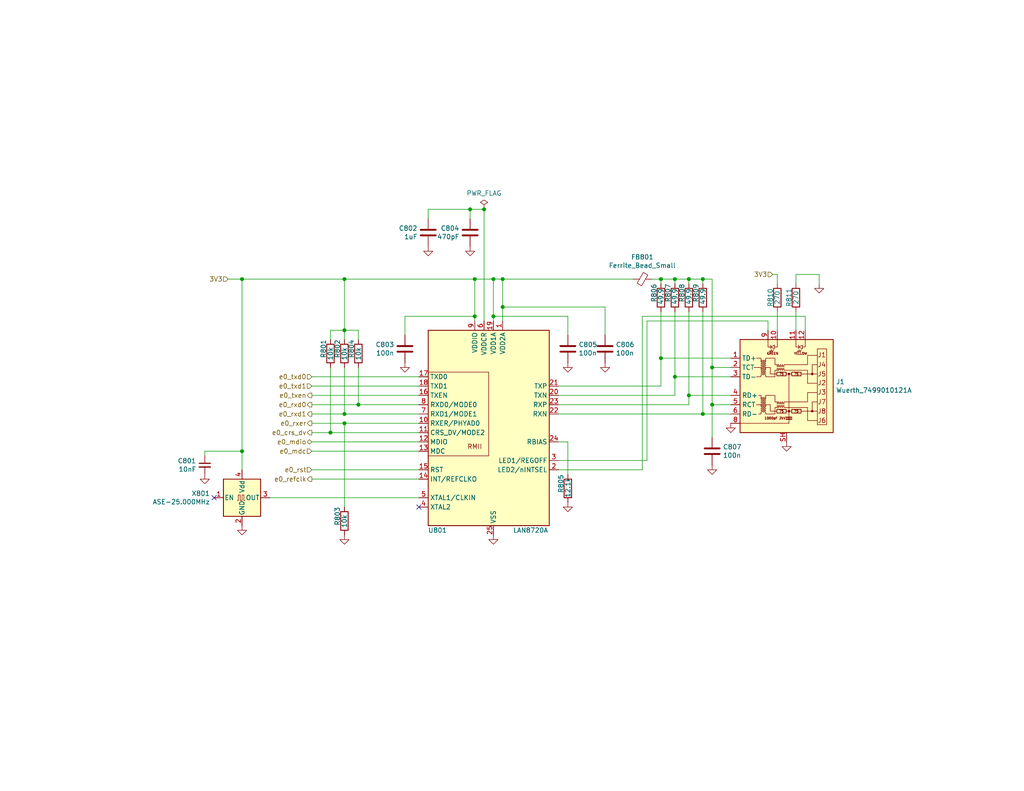
<source format=kicad_sch>
(kicad_sch (version 20211123) (generator eeschema)
  (paper "A")
  (title_block (title "Ethernet") (date "2022-01-11") (rev "${Version}") (company "RetroComputing Reproductions"))
  (lib_symbols
    (symbol "Connector:Wuerth_7499010121A"
      (property "Reference" "J" (at 12.7 13.97 0))
      (property "Value" "Connector_Wuerth_7499010121A" (at 0 -16.51 0))
      (symbol "Wuerth_7499010121A_0_0"
        (rectangle (start -12.7 12.7) (end 12.7 -12.7) (stroke (width 0.254)) (fill (type background)))
        (polyline (pts (xy -3.937 -6.858) (xy -8.255 -6.858)))
        (polyline (pts (xy -3.937 3.302) (xy -8.255 3.302)))
        (polyline (pts (xy -0.635 -10.16) (xy 12.7 -10.16)))
        (polyline (pts (xy 8.255 -5.08) (xy 6.985 -5.08)))
        (polyline (pts (xy 8.89 5.08) (xy 6.985 5.08)))
        (polyline (pts (xy 0.635 -4.318) (xy -5.715 -4.318) (xy -5.715 -1.778) (xy -8.255 -1.778)))
        (polyline (pts (xy 0.635 5.842) (xy -5.715 5.842) (xy -5.715 8.382) (xy -8.255 8.382)))
        (polyline (pts (xy 2.667 -6.858) (xy 4.445 -6.858) (xy 4.445 -5.08) (xy 5.715 -5.08)))
        (polyline (pts (xy 2.667 3.302) (xy 4.445 3.302) (xy 4.445 5.08) (xy 5.715 5.08)))
        (text "1000pF 2kV" (at 3.175 -8.763 0) (effects (font (size 0.635 0.635))))
        (text "75" (at -2.667 -6.858 0) (effects (font (size 0.635 0.635))))
        (text "75" (at -2.667 3.302 0) (effects (font (size 0.635 0.635))))
        (text "75" (at 1.397 -6.858 0) (effects (font (size 0.635 0.635))))
        (text "75" (at 1.397 3.302 0) (effects (font (size 0.635 0.635))))
        (text "GREEN" (at 3.81 8.89 0) (effects (font (size 0.635 0.635))))
        (text "J1" (at -10.795 8.509 0) (effects (font (size 1.27 1.27)) (justify left)))
        (text "J2" (at -10.795 0.889 0) (effects (font (size 1.27 1.27)) (justify left)))
        (text "J3" (at -10.795 -1.651 0) (effects (font (size 1.27 1.27)) (justify left)))
        (text "J4" (at -10.795 5.842 0) (effects (font (size 1.27 1.27)) (justify left)))
        (text "J5" (at -10.795 3.302 0) (effects (font (size 1.27 1.27)) (justify left)))
        (text "J6" (at -10.795 -9.398 0) (effects (font (size 1.27 1.27)) (justify left)))
        (text "J7" (at -10.795 -4.318 0) (effects (font (size 1.27 1.27)) (justify left)))
        (text "J8" (at -10.795 -6.858 0) (effects (font (size 1.27 1.27)) (justify left)))
        (text "YELLOW" (at -3.81 8.89 0) (effects (font (size 0.635 0.635))))
      )
      (symbol "Wuerth_7499010121A_0_1"
        (rectangle (start -8.382 -10.541) (end -10.922 10.16))
        (circle (center -6.985 -6.858) (radius 0.254) (fill (type outline)))
        (circle (center -6.985 3.302) (radius 0.254) (fill (type outline)))
        (rectangle (start -3.937 -7.366) (end -1.397 -6.35) (stroke (width 0.2032)))
        (rectangle (start -3.937 2.794) (end -1.397 3.81) (stroke (width 0.2032)))
        (circle (center -0.635 -6.858) (radius 0.254) (fill (type outline)))
        (circle (center -0.635 3.302) (radius 0.254) (fill (type outline)))
        (polyline (pts (xy -5.715 -9.398) (xy -8.255 -9.398)))
        (polyline (pts (xy -5.715 0.762) (xy -8.255 0.762)))
        (polyline (pts (xy -3.556 9.398) (xy -4.064 9.906)))
        (polyline (pts (xy -3.302 11.176) (xy -3.302 10.16)))
        (polyline (pts (xy -3.048 9.398) (xy -3.556 9.906)))
        (polyline (pts (xy -1.397 -9.017) (xy 0.127 -9.017)) (stroke (width 0.3302)))
        (polyline (pts (xy -1.397 -8.509) (xy 0.127 -8.509)) (stroke (width 0.3048)))
        (polyline (pts (xy -0.635 3.302) (xy -1.397 3.302)))
        (polyline (pts (xy 0.127 -6.858) (xy -1.397 -6.858)))
        (polyline (pts (xy 0.635 -5.334) (xy 2.667 -5.334)))
        (polyline (pts (xy 0.635 4.826) (xy 2.667 4.826)))
        (polyline (pts (xy 2.667 -4.826) (xy 0.635 -4.826)))
        (polyline (pts (xy 2.667 5.334) (xy 0.635 5.334)))
        (polyline (pts (xy 4.064 9.398) (xy 3.556 9.906)))
        (polyline (pts (xy 4.318 11.176) (xy 4.318 10.16)))
        (polyline (pts (xy 4.572 9.398) (xy 4.064 9.906)))
        (polyline (pts (xy 6.223 -3.048) (xy 6.223 -7.112)))
        (polyline (pts (xy 6.223 7.112) (xy 6.223 3.048)))
        (polyline (pts (xy 6.477 -7.112) (xy 6.477 -3.048)))
        (polyline (pts (xy 6.477 3.048) (xy 6.477 7.112)))
        (polyline (pts (xy -6.985 -6.858) (xy -6.985 -4.318) (xy -8.255 -4.318)))
        (polyline (pts (xy -6.985 3.302) (xy -6.985 5.842) (xy -8.255 5.842)))
        (polyline (pts (xy -5.08 12.7) (xy -5.08 10.668) (xy -4.318 10.668)))
        (polyline (pts (xy -3.556 9.652) (xy -3.556 9.398) (xy -3.81 9.398)))
        (polyline (pts (xy -3.048 9.652) (xy -3.048 9.398) (xy -3.302 9.398)))
        (polyline (pts (xy -2.54 12.7) (xy -2.54 10.668) (xy -3.302 10.668)))
        (polyline (pts (xy -0.635 -10.16) (xy -0.635 3.302) (xy 0 3.302)))
        (polyline (pts (xy 0.635 -5.842) (xy -5.715 -5.842) (xy -5.715 -9.398)))
        (polyline (pts (xy 0.635 4.318) (xy -5.715 4.318) (xy -5.715 0.762)))
        (polyline (pts (xy 2.54 12.7) (xy 2.54 10.668) (xy 3.302 10.668)))
        (polyline (pts (xy 4.064 9.652) (xy 4.064 9.398) (xy 3.81 9.398)))
        (polyline (pts (xy 4.572 9.652) (xy 4.572 9.398) (xy 4.318 9.398)))
        (polyline (pts (xy 5.08 12.7) (xy 5.08 10.668) (xy 4.318 10.668)))
        (polyline (pts (xy 6.985 -7.112) (xy 6.985 -7.62) (xy 7.62 -7.62)))
        (polyline (pts (xy 6.985 -3.048) (xy 6.985 -2.54) (xy 7.62 -2.54)))
        (polyline (pts (xy 6.985 3.048) (xy 6.985 2.54) (xy 8.255 2.54)))
        (polyline (pts (xy 6.985 7.112) (xy 6.985 7.62) (xy 8.255 7.62)))
        (polyline (pts (xy -3.302 10.668) (xy -4.318 11.176) (xy -4.318 10.16) (xy -3.302 10.668)))
        (polyline (pts (xy 4.318 10.668) (xy 3.302 11.176) (xy 3.302 10.16) (xy 4.318 10.668)))
        (polyline (pts (xy 2.667 -4.318) (xy 3.175 -4.318) (xy 3.175 -2.54) (xy 5.715 -2.54) (xy 5.715 -3.048)))
        (polyline (pts (xy 2.667 5.842) (xy 3.175 5.842) (xy 3.175 7.62) (xy 5.715 7.62) (xy 5.715 7.112)))
        (polyline (pts (xy 5.715 -7.112) (xy 5.715 -7.62) (xy 3.175 -7.62) (xy 3.175 -5.842) (xy 2.667 -5.842)))
        (polyline (pts (xy 5.715 3.048) (xy 5.715 2.54) (xy 3.175 2.54) (xy 3.175 4.318) (xy 2.667 4.318)))
        (rectangle (start 0.127 -7.366) (end 2.667 -6.35) (stroke (width 0.2032)))
        (rectangle (start 0.127 2.794) (end 2.667 3.81) (stroke (width 0.2032)))
        (arc (start 0.635 -4.318) (mid 0.889 -4.572) (end 1.143 -4.318))
        (arc (start 0.635 5.842) (mid 0.889 5.588) (end 1.143 5.842))
        (arc (start 1.143 -5.842) (mid 0.889 -5.588) (end 0.635 -5.842))
        (arc (start 1.143 -4.318) (mid 1.397 -4.572) (end 1.651 -4.318))
        (arc (start 1.143 4.318) (mid 0.889 4.572) (end 0.635 4.318))
        (arc (start 1.143 5.842) (mid 1.397 5.588) (end 1.651 5.842))
        (arc (start 1.651 -5.842) (mid 1.397 -5.588) (end 1.143 -5.842))
        (arc (start 1.651 -4.318) (mid 1.905 -4.572) (end 2.159 -4.318))
        (arc (start 1.651 4.318) (mid 1.397 4.572) (end 1.143 4.318))
        (arc (start 1.651 5.842) (mid 1.905 5.588) (end 2.159 5.842))
        (arc (start 2.159 -5.842) (mid 1.905 -5.588) (end 1.651 -5.842))
        (arc (start 2.159 -4.318) (mid 2.413 -4.572) (end 2.667 -4.318))
        (arc (start 2.159 4.318) (mid 1.905 4.572) (end 1.651 4.318))
        (arc (start 2.159 5.842) (mid 2.413 5.588) (end 2.667 5.842))
        (circle (center 2.413 -5.8674) (radius 0.0762) (stroke (width 0.0254)) (fill (type outline)))
        (circle (center 2.413 -4.2926) (radius 0.0762) (stroke (width 0.0254)) (fill (type outline)))
        (circle (center 2.413 4.2926) (radius 0.0762) (stroke (width 0.0254)) (fill (type outline)))
        (circle (center 2.413 5.8674) (radius 0.0762) (stroke (width 0.0254)) (fill (type outline)))
        (arc (start 2.667 -5.842) (mid 2.413 -5.588) (end 2.159 -5.842))
        (arc (start 2.667 4.318) (mid 2.413 4.572) (end 2.159 4.318))
        (circle (center 5.6896 -5.334) (radius 0.0762) (stroke (width 0.0254)) (fill (type outline)))
        (circle (center 5.6896 -3.302) (radius 0.0762) (stroke (width 0.0254)) (fill (type outline)))
        (circle (center 5.6896 4.826) (radius 0.0762) (stroke (width 0.0254)) (fill (type outline)))
        (circle (center 5.6896 6.858) (radius 0.0762) (stroke (width 0.0254)) (fill (type outline)))
        (arc (start 5.715 -7.112) (mid 5.969 -6.858) (end 5.715 -6.604))
        (arc (start 5.715 -6.604) (mid 5.969 -6.35) (end 5.715 -6.096))
        (arc (start 5.715 -6.096) (mid 5.969 -5.842) (end 5.715 -5.588))
        (arc (start 5.715 -5.588) (mid 5.969 -5.334) (end 5.715 -5.08))
        (arc (start 5.715 -5.08) (mid 5.969 -4.826) (end 5.715 -4.572))
        (arc (start 5.715 -4.572) (mid 5.969 -4.318) (end 5.715 -4.064))
        (arc (start 5.715 -4.064) (mid 5.969 -3.81) (end 5.715 -3.556))
        (arc (start 5.715 -3.556) (mid 5.969 -3.302) (end 5.715 -3.048))
        (arc (start 5.715 3.048) (mid 5.969 3.302) (end 5.715 3.556))
        (arc (start 5.715 3.556) (mid 5.969 3.81) (end 5.715 4.064))
        (arc (start 5.715 4.064) (mid 5.969 4.318) (end 5.715 4.572))
        (arc (start 5.715 4.572) (mid 5.969 4.826) (end 5.715 5.08))
        (arc (start 5.715 5.08) (mid 5.969 5.334) (end 5.715 5.588))
        (arc (start 5.715 5.588) (mid 5.969 5.842) (end 5.715 6.096))
        (arc (start 5.715 6.096) (mid 5.969 6.35) (end 5.715 6.604))
        (arc (start 5.715 6.604) (mid 5.969 6.858) (end 5.715 7.112))
        (arc (start 6.985 -6.604) (mid 6.731 -6.858) (end 6.985 -7.112))
        (arc (start 6.985 -6.096) (mid 6.731 -6.35) (end 6.985 -6.604))
        (arc (start 6.985 -5.588) (mid 6.731 -5.842) (end 6.985 -6.096))
        (arc (start 6.985 -5.08) (mid 6.731 -5.334) (end 6.985 -5.588))
        (arc (start 6.985 -4.572) (mid 6.731 -4.826) (end 6.985 -5.08))
        (arc (start 6.985 -4.064) (mid 6.731 -4.318) (end 6.985 -4.572))
        (arc (start 6.985 -3.556) (mid 6.731 -3.81) (end 6.985 -4.064))
        (arc (start 6.985 -3.048) (mid 6.731 -3.302) (end 6.985 -3.556))
        (arc (start 6.985 3.556) (mid 6.731 3.302) (end 6.985 3.048))
        (arc (start 6.985 4.064) (mid 6.731 3.81) (end 6.985 3.556))
        (arc (start 6.985 4.572) (mid 6.731 4.318) (end 6.985 4.064))
        (arc (start 6.985 5.08) (mid 6.731 4.826) (end 6.985 4.572))
        (arc (start 6.985 5.588) (mid 6.731 5.334) (end 6.985 5.08))
        (arc (start 6.985 6.096) (mid 6.731 5.842) (end 6.985 5.588))
        (arc (start 6.985 6.604) (mid 6.731 6.35) (end 6.985 6.096))
        (arc (start 6.985 7.112) (mid 6.731 6.858) (end 6.985 6.604))
        (circle (center 7.0104 -5.334) (radius 0.0762) (stroke (width 0.0254)) (fill (type outline)))
        (circle (center 7.0104 -3.302) (radius 0.0762) (stroke (width 0.0254)) (fill (type outline)))
        (circle (center 7.0104 4.826) (radius 0.0762) (stroke (width 0.0254)) (fill (type outline)))
        (circle (center 7.0104 6.858) (radius 0.0762) (stroke (width 0.0254)) (fill (type outline)))
      )
      (symbol "Wuerth_7499010121A_1_1"
        (pin passive line (at 15.24 7.62 180) (length 2.54) (name "TD+") (number "1"))
        (pin passive line (at 2.54 15.24 270) (length 2.54) (name "~") (number "10"))
        (pin passive line (at -2.54 15.24 270) (length 2.54) (name "~") (number "11"))
        (pin passive line (at -5.08 15.24 270) (length 2.54) (name "~") (number "12"))
        (pin passive line (at 15.24 5.08 180) (length 2.54) (name "TCT") (number "2"))
        (pin passive line (at 15.24 2.54 180) (length 2.54) (name "TD-") (number "3"))
        (pin passive line (at 15.24 -2.54 180) (length 2.54) (name "RD+") (number "4"))
        (pin passive line (at 15.24 -5.08 180) (length 2.54) (name "RCT") (number "5"))
        (pin passive line (at 15.24 -7.62 180) (length 2.54) (name "RD-") (number "6"))
        (pin passive line (at 15.24 -10.16 180) (length 2.54) (name "~") (number "8"))
        (pin passive line (at 5.08 15.24 270) (length 2.54) (name "~") (number "9"))
        (pin passive line (at 0 -15.24 90) (length 2.54) (name "~") (number "SH"))
      )
    )
    (symbol "Device:C" (pin_numbers hide) (pin_names (offset 0.254))
      (property "Reference" "C" (at 0.635 2.54 0))
      (property "Value" "Device_C" (at 0.635 -2.54 0))
      (symbol "C_0_1"
        (polyline (pts (xy -2.032 -0.762) (xy 2.032 -0.762)) (stroke (width 0.508)))
        (polyline (pts (xy -2.032 0.762) (xy 2.032 0.762)) (stroke (width 0.508)))
      )
      (symbol "C_1_1"
        (pin passive line (at 0 3.81 270) (length 2.794) (name "~") (number "1"))
        (pin passive line (at 0 -3.81 90) (length 2.794) (name "~") (number "2"))
      )
    )
    (symbol "Device:C_Small" (pin_numbers hide) (pin_names (offset 0.254) hide)
      (property "Reference" "C" (at 0.254 1.778 0))
      (property "Value" "Device_C_Small" (at 0.254 -2.032 0))
      (symbol "C_Small_0_1"
        (polyline (pts (xy -1.524 -0.508) (xy 1.524 -0.508)) (stroke (width 0.3302)))
        (polyline (pts (xy -1.524 0.508) (xy 1.524 0.508)) (stroke (width 0.3048)))
      )
      (symbol "C_Small_1_1"
        (pin passive line (at 0 2.54 270) (length 2.032) (name "~") (number "1"))
        (pin passive line (at 0 -2.54 90) (length 2.032) (name "~") (number "2"))
      )
    )
    (symbol "Device:Ferrite_Bead_Small" (pin_numbers hide) (pin_names (offset 0))
      (property "Reference" "FB" (at 1.905 1.27 0))
      (property "Value" "Device_Ferrite_Bead_Small" (at 1.905 -1.27 0))
      (symbol "Ferrite_Bead_Small_0_1"
        (polyline (pts (xy 0 -1.27) (xy 0 -0.7874)))
        (polyline (pts (xy 0 0.889) (xy 0 1.2954)))
        (polyline (pts (xy -1.8288 0.2794) (xy -1.1176 1.4986) (xy 1.8288 -0.2032) (xy 1.1176 -1.4224) (xy -1.8288 0.2794)))
      )
      (symbol "Ferrite_Bead_Small_1_1"
        (pin passive line (at 0 2.54 270) (length 1.27) (name "~") (number "1"))
        (pin passive line (at 0 -2.54 90) (length 1.27) (name "~") (number "2"))
      )
    )
    (symbol "Device:R" (pin_numbers hide) (pin_names (offset 0))
      (property "Reference" "R" (at 2.032 0 90))
      (property "Value" "Device_R" (at 0 0 90))
      (symbol "R_0_1"
        (rectangle (start -1.016 -2.54) (end 1.016 2.54) (stroke (width 0.254)))
      )
      (symbol "R_1_1"
        (pin passive line (at 0 3.81 270) (length 1.27) (name "~") (number "1"))
        (pin passive line (at 0 -3.81 90) (length 1.27) (name "~") (number "2"))
      )
    )
    (symbol "Interface_Ethernet:LAN8720A"
      (property "Reference" "U" (at -13.97 29.21 0))
      (property "Value" "Interface_Ethernet_LAN8720A" (at 15.24 29.21 0))
      (symbol "LAN8720A_0_0"
        (text "RMII" (at -5.08 -3.81 0) (effects (font (size 1.27 1.27))))
      )
      (symbol "LAN8720A_0_1"
        (rectangle (start -17.78 27.94) (end 15.24 -25.4) (stroke (width 0.254)) (fill (type background)))
        (polyline (pts (xy -17.78 -6.35) (xy -1.27 -6.35) (xy -1.27 16.51) (xy -17.78 16.51)))
      )
      (symbol "LAN8720A_1_1"
        (pin power_in line (at 2.54 30.48 270) (length 2.54) (name "VDD2A") (number "1"))
        (pin output line (at -20.32 2.54 0) (length 2.54) (name "RXER/PHYAD0") (number "10"))
        (pin output line (at -20.32 0 0) (length 2.54) (name "CRS_DV/MODE2") (number "11"))
        (pin bidirectional line (at -20.32 -2.54 0) (length 2.54) (name "MDIO") (number "12"))
        (pin input line (at -20.32 -5.08 0) (length 2.54) (name "MDC") (number "13"))
        (pin output line (at -20.32 -12.7 0) (length 2.54) (name "INT/REFCLKO") (number "14"))
        (pin input line (at -20.32 -10.16 0) (length 2.54) (name "RST") (number "15"))
        (pin input line (at -20.32 10.16 0) (length 2.54) (name "TXEN") (number "16"))
        (pin input line (at -20.32 15.24 0) (length 2.54) (name "TXD0") (number "17"))
        (pin input line (at -20.32 12.7 0) (length 2.54) (name "TXD1") (number "18"))
        (pin power_in line (at 0 30.48 270) (length 2.54) (name "VDD1A") (number "19"))
        (pin bidirectional line (at 17.78 -10.16 180) (length 2.54) (name "LED2/nINTSEL") (number "2"))
        (pin output line (at 17.78 10.16 180) (length 2.54) (name "TXN") (number "20"))
        (pin output line (at 17.78 12.7 180) (length 2.54) (name "TXP") (number "21"))
        (pin output line (at 17.78 5.08 180) (length 2.54) (name "RXN") (number "22"))
        (pin output line (at 17.78 7.62 180) (length 2.54) (name "RXP") (number "23"))
        (pin input line (at 17.78 -2.54 180) (length 2.54) (name "RBIAS") (number "24"))
        (pin power_in line (at 0 -27.94 90) (length 2.54) (name "VSS") (number "25"))
        (pin bidirectional line (at 17.78 -7.62 180) (length 2.54) (name "LED1/REGOFF") (number "3"))
        (pin passive line (at -20.32 -20.32 0) (length 2.54) (name "XTAL2") (number "4"))
        (pin passive line (at -20.32 -17.78 0) (length 2.54) (name "XTAL1/CLKIN") (number "5"))
        (pin power_in line (at -2.54 30.48 270) (length 2.54) (name "VDDCR") (number "6"))
        (pin output line (at -20.32 5.08 0) (length 2.54) (name "RXD1/MODE1") (number "7"))
        (pin output line (at -20.32 7.62 0) (length 2.54) (name "RXD0/MODE0") (number "8"))
        (pin power_in line (at -5.08 30.48 270) (length 2.54) (name "VDDIO") (number "9"))
      )
    )
    (symbol "Oscillator:ASE-xxxMHz" (pin_names (offset 0.254))
      (property "Reference" "X" (at -5.08 6.35 0))
      (property "Value" "Oscillator_ASE-xxxMHz" (at 1.27 -6.35 0))
      (symbol "ASE-xxxMHz_0_1"
        (rectangle (start -5.08 5.08) (end 5.08 -5.08) (stroke (width 0.254)) (fill (type background)))
        (polyline (pts (xy -1.27 -0.762) (xy -1.016 -0.762) (xy -1.016 0.762) (xy -0.508 0.762) (xy -0.508 -0.762) (xy 0 -0.762) (xy 0 0.762) (xy 0.508 0.762) (xy 0.508 -0.762) (xy 0.762 -0.762)))
      )
      (symbol "ASE-xxxMHz_1_1"
        (pin input line (at -7.62 0 0) (length 2.54) (name "EN") (number "1"))
        (pin power_in line (at 0 -7.62 90) (length 2.54) (name "GND") (number "2"))
        (pin output line (at 7.62 0 180) (length 2.54) (name "OUT") (number "3"))
        (pin power_in line (at 0 7.62 270) (length 2.54) (name "Vdd") (number "4"))
      )
    )
    (symbol "power:GND" (power) (pin_names (offset 0))
      (property "Value" "power_GND" (at 0 -3.81 0))
      (symbol "GND_0_1"
        (polyline (pts (xy 0 0) (xy 0 -1.27) (xy 1.27 -1.27) (xy 0 -2.54) (xy -1.27 -1.27) (xy 0 -1.27)))
      )
      (symbol "GND_1_1"
        (pin power_in line (at 0 0 270) (length 0) hide (name "GND") (number "1"))
      )
    )
    (symbol "power:PWR_FLAG" (power) (pin_numbers hide) (pin_names (offset 0) hide)
      (property "Value" "power_PWR_FLAG" (at 0 3.81 0))
      (symbol "PWR_FLAG_0_0"
        (pin power_out line (at 0 0 90) (length 0) (name "pwr") (number "1"))
      )
      (symbol "PWR_FLAG_0_1"
        (polyline (pts (xy 0 0) (xy 0 1.27) (xy -1.016 1.905) (xy 0 2.54) (xy 1.016 1.905) (xy 0 1.27)))
      )
    )
  )
  (junction (at 129.54 86.36))
  (junction (at 191.77 76.2))
  (junction (at 194.31 100.33))
  (junction (at 137.16 83.82))
  (junction (at 180.34 97.79))
  (junction (at 66.04 76.2))
  (junction (at 180.34 76.2))
  (junction (at 187.96 107.95))
  (junction (at 134.62 76.2))
  (junction (at 66.04 123.19))
  (junction (at 93.98 115.57))
  (junction (at 97.79 110.49))
  (junction (at 132.08 57.15))
  (junction (at 194.31 110.49))
  (junction (at 184.15 102.87))
  (junction (at 128.27 57.15))
  (junction (at 184.15 76.2))
  (junction (at 93.98 90.17))
  (junction (at 93.98 113.03))
  (junction (at 191.77 113.03))
  (junction (at 129.54 76.2))
  (junction (at 187.96 76.2))
  (junction (at 93.98 76.2))
  (junction (at 134.62 86.36))
  (junction (at 137.16 76.2))
  (junction (at 90.17 118.11))
  (no_connect (at 58.42 135.89))
  (no_connect (at 114.3 138.43))
  (wire (pts (xy 187.96 77.47) (xy 187.96 76.2)))
  (wire (pts (xy 180.34 105.41) (xy 152.4 105.41)))
  (wire (pts (xy 199.39 100.33) (xy 194.31 100.33)))
  (wire (pts (xy 209.55 87.63) (xy 209.55 90.17)))
  (wire (pts (xy 134.62 76.2) (xy 129.54 76.2)))
  (wire (pts (xy 187.96 85.09) (xy 187.96 107.95)))
  (wire (pts (xy 194.31 76.2) (xy 194.31 100.33)))
  (wire (pts (xy 134.62 86.36) (xy 134.62 87.63)))
  (wire (pts (xy 73.66 135.89) (xy 114.3 135.89)))
  (wire (pts (xy 191.77 113.03) (xy 199.39 113.03)))
  (wire (pts (xy 110.49 86.36) (xy 110.49 91.44)))
  (wire (pts (xy 177.8 76.2) (xy 180.34 76.2)))
  (wire (pts (xy 180.34 76.2) (xy 184.15 76.2)))
  (wire (pts (xy 114.3 128.27) (xy 85.09 128.27)))
  (wire (pts (xy 194.31 100.33) (xy 194.31 110.49)))
  (wire (pts (xy 55.88 124.46) (xy 55.88 123.19)))
  (wire (pts (xy 93.98 138.43) (xy 93.98 115.57)))
  (wire (pts (xy 212.09 85.09) (xy 212.09 90.17)))
  (wire (pts (xy 219.71 86.36) (xy 175.26 86.36)))
  (wire (pts (xy 85.09 118.11) (xy 90.17 118.11)))
  (wire (pts (xy 184.15 76.2) (xy 187.96 76.2)))
  (wire (pts (xy 114.3 105.41) (xy 85.09 105.41)))
  (wire (pts (xy 176.53 125.73) (xy 176.53 87.63)))
  (wire (pts (xy 191.77 76.2) (xy 194.31 76.2)))
  (wire (pts (xy 152.4 113.03) (xy 191.77 113.03)))
  (wire (pts (xy 180.34 77.47) (xy 180.34 76.2)))
  (wire (pts (xy 175.26 128.27) (xy 152.4 128.27)))
  (wire (pts (xy 90.17 92.71) (xy 90.17 90.17)))
  (wire (pts (xy 134.62 76.2) (xy 134.62 86.36)))
  (wire (pts (xy 93.98 90.17) (xy 93.98 76.2)))
  (wire (pts (xy 223.52 74.93) (xy 223.52 77.47)))
  (wire (pts (xy 85.09 110.49) (xy 97.79 110.49)))
  (wire (pts (xy 180.34 85.09) (xy 180.34 97.79)))
  (wire (pts (xy 90.17 90.17) (xy 93.98 90.17)))
  (wire (pts (xy 180.34 97.79) (xy 180.34 105.41)))
  (wire (pts (xy 66.04 76.2) (xy 93.98 76.2)))
  (wire (pts (xy 154.94 91.44) (xy 154.94 86.36)))
  (wire (pts (xy 175.26 86.36) (xy 175.26 128.27)))
  (wire (pts (xy 184.15 85.09) (xy 184.15 102.87)))
  (wire (pts (xy 116.84 59.69) (xy 116.84 57.15)))
  (wire (pts (xy 187.96 76.2) (xy 191.77 76.2)))
  (wire (pts (xy 90.17 100.33) (xy 90.17 118.11)))
  (wire (pts (xy 137.16 87.63) (xy 137.16 83.82)))
  (wire (pts (xy 210.82 74.93) (xy 212.09 74.93)))
  (wire (pts (xy 93.98 76.2) (xy 129.54 76.2)))
  (wire (pts (xy 129.54 86.36) (xy 129.54 87.63)))
  (wire (pts (xy 137.16 76.2) (xy 172.72 76.2)))
  (wire (pts (xy 85.09 102.87) (xy 114.3 102.87)))
  (wire (pts (xy 93.98 100.33) (xy 93.98 113.03)))
  (wire (pts (xy 154.94 120.65) (xy 154.94 129.54)))
  (wire (pts (xy 66.04 123.19) (xy 66.04 128.27)))
  (wire (pts (xy 66.04 76.2) (xy 66.04 123.19)))
  (wire (pts (xy 128.27 59.69) (xy 128.27 57.15)))
  (wire (pts (xy 132.08 57.15) (xy 132.08 87.63)))
  (wire (pts (xy 217.17 74.93) (xy 223.52 74.93)))
  (wire (pts (xy 114.3 118.11) (xy 90.17 118.11)))
  (wire (pts (xy 219.71 90.17) (xy 219.71 86.36)))
  (wire (pts (xy 176.53 87.63) (xy 209.55 87.63)))
  (wire (pts (xy 212.09 77.47) (xy 212.09 74.93)))
  (wire (pts (xy 194.31 110.49) (xy 194.31 119.38)))
  (wire (pts (xy 97.79 90.17) (xy 97.79 92.71)))
  (wire (pts (xy 184.15 77.47) (xy 184.15 76.2)))
  (wire (pts (xy 184.15 102.87) (xy 199.39 102.87)))
  (wire (pts (xy 152.4 110.49) (xy 187.96 110.49)))
  (wire (pts (xy 93.98 90.17) (xy 97.79 90.17)))
  (wire (pts (xy 97.79 110.49) (xy 114.3 110.49)))
  (wire (pts (xy 187.96 107.95) (xy 187.96 110.49)))
  (wire (pts (xy 191.77 77.47) (xy 191.77 76.2)))
  (wire (pts (xy 217.17 77.47) (xy 217.17 74.93)))
  (wire (pts (xy 165.1 91.44) (xy 165.1 83.82)))
  (wire (pts (xy 154.94 86.36) (xy 134.62 86.36)))
  (wire (pts (xy 129.54 76.2) (xy 129.54 86.36)))
  (wire (pts (xy 85.09 115.57) (xy 93.98 115.57)))
  (wire (pts (xy 184.15 107.95) (xy 184.15 102.87)))
  (wire (pts (xy 55.88 123.19) (xy 66.04 123.19)))
  (wire (pts (xy 110.49 86.36) (xy 129.54 86.36)))
  (wire (pts (xy 114.3 113.03) (xy 93.98 113.03)))
  (wire (pts (xy 134.62 76.2) (xy 137.16 76.2)))
  (wire (pts (xy 93.98 92.71) (xy 93.98 90.17)))
  (wire (pts (xy 114.3 123.19) (xy 85.09 123.19)))
  (wire (pts (xy 85.09 120.65) (xy 114.3 120.65)))
  (wire (pts (xy 199.39 110.49) (xy 194.31 110.49)))
  (wire (pts (xy 152.4 125.73) (xy 176.53 125.73)))
  (wire (pts (xy 137.16 83.82) (xy 137.16 76.2)))
  (wire (pts (xy 191.77 85.09) (xy 191.77 113.03)))
  (wire (pts (xy 217.17 85.09) (xy 217.17 90.17)))
  (wire (pts (xy 199.39 107.95) (xy 187.96 107.95)))
  (wire (pts (xy 62.23 76.2) (xy 66.04 76.2)))
  (wire (pts (xy 152.4 120.65) (xy 154.94 120.65)))
  (wire (pts (xy 165.1 83.82) (xy 137.16 83.82)))
  (wire (pts (xy 152.4 107.95) (xy 184.15 107.95)))
  (wire (pts (xy 85.09 130.81) (xy 114.3 130.81)))
  (wire (pts (xy 85.09 113.03) (xy 93.98 113.03)))
  (wire (pts (xy 85.09 107.95) (xy 114.3 107.95)))
  (wire (pts (xy 97.79 100.33) (xy 97.79 110.49)))
  (wire (pts (xy 128.27 57.15) (xy 132.08 57.15)))
  (wire (pts (xy 93.98 115.57) (xy 114.3 115.57)))
  (wire (pts (xy 116.84 57.15) (xy 128.27 57.15)))
  (wire (pts (xy 199.39 97.79) (xy 180.34 97.79)))
  (hierarchical_label "e0_crs_dv" (shape output) (at 85.09 118.11 180))
  (hierarchical_label "e0_mdc" (shape input) (at 85.09 123.19 180))
  (hierarchical_label "e0_rxer" (shape output) (at 85.09 115.57 180))
  (hierarchical_label "3V3" (shape input) (at 210.82 74.93 180))
  (hierarchical_label "e0_rxd0" (shape output) (at 85.09 110.49 180))
  (hierarchical_label "3V3" (shape input) (at 62.23 76.2 180))
  (hierarchical_label "e0_mdio" (shape bidirectional) (at 85.09 120.65 180))
  (hierarchical_label "e0_refclk" (shape output) (at 85.09 130.81 180))
  (hierarchical_label "e0_rxd1" (shape output) (at 85.09 113.03 180))
  (hierarchical_label "e0_rst" (shape input) (at 85.09 128.27 180))
  (hierarchical_label "e0_txen" (shape output) (at 85.09 107.95 180))
  (hierarchical_label "e0_txd1" (shape input) (at 85.09 105.41 180))
  (hierarchical_label "e0_txd0" (shape input) (at 85.09 102.87 180))
  (symbol (lib_id "Interface_Ethernet:LAN8720A") (at 134.62 118.11 0) (unit 1)
    (property "Reference" "U801" (at 119.38 144.78 0))
    (property "Value" "LAN8720A" (at 144.78 144.78 0))
    (property "Footprint" "Package_DFN_QFN:QFN-24-1EP_4x4mm_P0.5mm_EP2.6x2.6mm" (effects hide))
    (property "Datasheet" "http://ww1.microchip.com/downloads/en/DeviceDoc/8720a.pdf" (effects hide))
    (property "manf#" "LAN8720A" (effects hide))
  )
  (symbol (lib_id "Device:R") (at 180.34 81.28 0) (unit 1)
    (property "Reference" "R806" (at 178.435 82.55 90) (effects (justify left)))
    (property "Value" "49.9" (at 180.34 83.185 90) (effects (justify left)))
    (property "Footprint" "Resistor_SMD:R_0603_1608Metric" (effects hide))
  )
  (symbol (lib_id "Device:Ferrite_Bead_Small") (at 175.26 76.2 270) (unit 1)
    (property "Reference" "FB801" (at 175.26 70.1802 90))
    (property "Value" "Ferrite_Bead_Small" (at 175.26 72.4916 90))
    (property "Footprint" "Inductor_SMD:L_0603_1608Metric" (effects hide))
  )
  (symbol (lib_id "Device:C") (at 194.31 123.19 0) (unit 1)
    (property "Reference" "C807" (at 197.231 122.0216 0) (effects (justify left)))
    (property "Value" "100n" (at 197.231 124.333 0) (effects (justify left)))
    (property "Footprint" "Capacitor_SMD:C_0603_1608Metric" (effects hide))
  )
  (symbol (lib_id "Device:R") (at 184.15 81.28 0) (unit 1)
    (property "Reference" "R807" (at 182.245 82.55 90) (effects (justify left)))
    (property "Value" "49.9" (at 184.15 83.185 90) (effects (justify left)))
    (property "Footprint" "Resistor_SMD:R_0603_1608Metric" (effects hide))
  )
  (symbol (lib_id "Device:R") (at 187.96 81.28 0) (unit 1)
    (property "Reference" "R808" (at 186.055 82.55 90) (effects (justify left)))
    (property "Value" "49.9" (at 187.96 83.185 90) (effects (justify left)))
    (property "Footprint" "Resistor_SMD:R_0603_1608Metric" (effects hide))
  )
  (symbol (lib_id "Device:R") (at 191.77 81.28 0) (unit 1)
    (property "Reference" "R809" (at 189.865 82.55 90) (effects (justify left)))
    (property "Value" "49.9" (at 191.77 83.185 90) (effects (justify left)))
    (property "Footprint" "Resistor_SMD:R_0603_1608Metric" (effects hide))
  )
  (symbol (lib_id "power:GND") (at 194.31 127 0) (unit 1)
    (property "Reference" "#PWR0142" (effects hide))
    (property "Value" "GND" (effects hide))
  )
  (symbol (lib_id "power:GND") (at 214.63 120.65 0) (unit 1)
    (property "Reference" "#PWR0143" (effects hide))
    (property "Value" "GND" (effects hide))
  )
  (symbol (lib_id "power:GND") (at 199.39 115.57 0) (unit 1)
    (property "Reference" "#PWR0144" (effects hide))
    (property "Value" "GND" (effects hide))
  )
  (symbol (lib_id "Device:C") (at 154.94 95.25 0) (unit 1)
    (property "Reference" "C805" (at 157.861 94.0816 0) (effects (justify left)))
    (property "Value" "100n" (at 157.861 96.393 0) (effects (justify left)))
    (property "Footprint" "Capacitor_SMD:C_0603_1608Metric" (effects hide))
  )
  (symbol (lib_id "Device:C") (at 165.1 95.25 0) (unit 1)
    (property "Reference" "C806" (at 168.021 94.0816 0) (effects (justify left)))
    (property "Value" "100n" (at 168.021 96.393 0) (effects (justify left)))
    (property "Footprint" "Capacitor_SMD:C_0603_1608Metric" (effects hide))
  )
  (symbol (lib_id "power:GND") (at 165.1 99.06 0) (unit 1)
    (property "Reference" "#PWR0145" (effects hide))
    (property "Value" "GND" (effects hide))
  )
  (symbol (lib_id "power:GND") (at 154.94 99.06 0) (unit 1)
    (property "Reference" "#PWR0146" (effects hide))
    (property "Value" "GND" (effects hide))
  )
  (symbol (lib_id "Device:C") (at 110.49 95.25 0) (mirror y) (unit 1)
    (property "Reference" "C803" (at 107.569 94.0816 0) (effects (justify left)))
    (property "Value" "100n" (at 107.569 96.393 0) (effects (justify left)))
    (property "Footprint" "Capacitor_SMD:C_0603_1608Metric" (effects hide))
  )
  (symbol (lib_id "power:GND") (at 110.49 99.06 0) (mirror y) (unit 1)
    (property "Reference" "#PWR0147" (effects hide))
    (property "Value" "GND" (effects hide))
  )
  (symbol (lib_id "power:GND") (at 134.62 146.05 0) (unit 1)
    (property "Reference" "#PWR0148" (effects hide))
    (property "Value" "GND" (effects hide))
  )
  (symbol (lib_id "Device:C") (at 128.27 63.5 0) (mirror y) (unit 1)
    (property "Reference" "C804" (at 125.349 62.3316 0) (effects (justify left)))
    (property "Value" "470pF" (at 125.349 64.643 0) (effects (justify left)))
    (property "Footprint" "Capacitor_SMD:C_0603_1608Metric" (effects hide))
  )
  (symbol (lib_id "Device:C") (at 116.84 63.5 0) (mirror y) (unit 1)
    (property "Reference" "C802" (at 113.919 62.3316 0) (effects (justify left)))
    (property "Value" "1uF" (at 113.919 64.643 0) (effects (justify left)))
    (property "Footprint" "Capacitor_SMD:C_0603_1608Metric" (effects hide))
  )
  (symbol (lib_id "power:GND") (at 116.84 67.31 0) (unit 1)
    (property "Reference" "#PWR0149" (effects hide))
    (property "Value" "GND" (effects hide))
  )
  (symbol (lib_id "power:GND") (at 128.27 67.31 0) (unit 1)
    (property "Reference" "#PWR0150" (effects hide))
    (property "Value" "GND" (effects hide))
  )
  (symbol (lib_id "Device:R") (at 154.94 133.35 0) (unit 1)
    (property "Reference" "R805" (at 153.035 134.62 90) (effects (justify left)))
    (property "Value" "12.1k" (at 154.94 135.89 90) (effects (justify left)))
    (property "Footprint" "Resistor_SMD:R_0603_1608Metric" (effects hide))
  )
  (symbol (lib_id "power:GND") (at 154.94 137.16 0) (unit 1)
    (property "Reference" "#PWR0151" (effects hide))
    (property "Value" "GND" (effects hide))
  )
  (symbol (lib_id "Oscillator:ASE-xxxMHz") (at 66.04 135.89 0) (unit 1)
    (property "Reference" "X801" (at 57.3024 134.7216 0) (effects (justify right)))
    (property "Value" "ASE-25.000MHz" (at 57.3024 137.033 0) (effects (justify right)))
    (property "Footprint" "Oscillator:Oscillator_SMD_Abracon_ASE-4Pin_3.2x2.5mm" (effects hide))
    (property "Datasheet" "http://www.abracon.com/Oscillators/ASV.pdf" (effects hide))
  )
  (symbol (lib_id "power:GND") (at 66.04 143.51 0) (unit 1)
    (property "Reference" "#PWR0152" (effects hide))
    (property "Value" "GND" (effects hide))
  )
  (symbol (lib_id "Device:C_Small") (at 55.88 127 0) (unit 1)
    (property "Reference" "C801" (at 53.5686 125.8316 0) (effects (justify right)))
    (property "Value" "10nF" (at 53.5686 128.143 0) (effects (justify right)))
    (property "Footprint" "Capacitor_SMD:C_0603_1608Metric" (effects hide))
  )
  (symbol (lib_id "power:GND") (at 55.88 129.54 0) (unit 1)
    (property "Reference" "#PWR0153" (effects hide))
    (property "Value" "GND" (effects hide))
  )
  (symbol (lib_id "Device:R") (at 217.17 81.28 0) (unit 1)
    (property "Reference" "R811" (at 215.265 83.82 90) (effects (justify left)))
    (property "Value" "270" (at 217.17 83.185 90) (effects (justify left)))
    (property "Footprint" "Resistor_SMD:R_0603_1608Metric" (effects hide))
  )
  (symbol (lib_id "Device:R") (at 212.09 81.28 0) (unit 1)
    (property "Reference" "R810" (at 210.185 83.82 90) (effects (justify left)))
    (property "Value" "270" (at 212.09 83.185 90) (effects (justify left)))
    (property "Footprint" "Resistor_SMD:R_0603_1608Metric" (effects hide))
  )
  (symbol (lib_id "power:GND") (at 223.52 77.47 0) (unit 1)
    (property "Reference" "#PWR0154" (effects hide))
    (property "Value" "GND" (effects hide))
  )
  (symbol (lib_id "Device:R") (at 93.98 96.52 0) (unit 1)
    (property "Reference" "R802" (at 92.075 97.79 90) (effects (justify left)))
    (property "Value" "10k" (at 93.98 98.425 90) (effects (justify left)))
    (property "Footprint" "Resistor_SMD:R_0603_1608Metric" (effects hide))
  )
  (symbol (lib_id "Device:R") (at 90.17 96.52 0) (unit 1)
    (property "Reference" "R801" (at 88.265 97.79 90) (effects (justify left)))
    (property "Value" "10k" (at 90.17 98.425 90) (effects (justify left)))
    (property "Footprint" "Resistor_SMD:R_0603_1608Metric" (effects hide))
  )
  (symbol (lib_id "Device:R") (at 93.98 142.24 0) (unit 1)
    (property "Reference" "R803" (at 92.075 143.51 90) (effects (justify left)))
    (property "Value" "10k" (at 93.98 144.145 90) (effects (justify left)))
    (property "Footprint" "Resistor_SMD:R_0603_1608Metric" (effects hide))
  )
  (symbol (lib_id "power:GND") (at 93.98 146.05 0) (unit 1)
    (property "Reference" "#PWR0155" (effects hide))
    (property "Value" "GND" (effects hide))
  )
  (symbol (lib_id "Device:R") (at 97.79 96.52 0) (unit 1)
    (property "Reference" "R804" (at 95.885 97.79 90) (effects (justify left)))
    (property "Value" "10k" (at 97.79 98.425 90) (effects (justify left)))
    (property "Footprint" "Resistor_SMD:R_0603_1608Metric" (effects hide))
  )
  (symbol (lib_id "Connector:Wuerth_7499010121A") (at 214.63 105.41 0) (mirror y) (unit 1)
    (property "Reference" "J1" (at 228.092 104.2416 0) (effects (justify right)))
    (property "Value" "Wuerth_7499010121A" (at 228.092 106.553 0) (effects (justify right)))
    (property "Footprint" "Connector_RJ:RJ45_Wuerth_7499010121A_Horizontal" (effects hide))
    (property "Datasheet" "http://katalog.we-online.de/pbs/datasheet/7499010121A.pdf" (effects hide))
    (property "manf#" "749901012A" (effects hide))
  )
  (symbol (lib_id "power:PWR_FLAG") (at 132.08 57.15 0) (unit 1)
    (property "Reference" "#FLG0106" (effects hide))
    (property "Value" "PWR_FLAG" (at 132.08 52.7558 0))
  )
)
</source>
